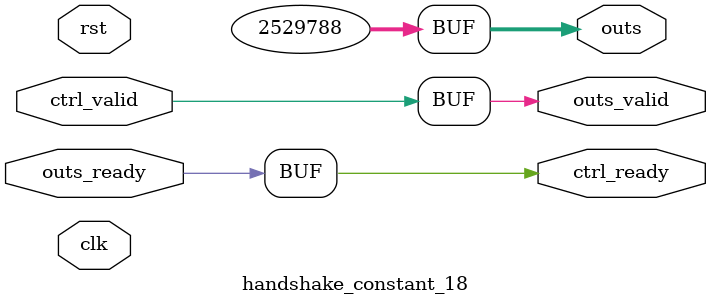
<source format=v>
`timescale 1ns / 1ps
module handshake_constant_18 #(
  parameter DATA_WIDTH = 32  // Default set to 32 bits
) (
  input                       clk,
  input                       rst,
  // Input Channel
  input                       ctrl_valid,
  output                      ctrl_ready,
  // Output Channel
  output [DATA_WIDTH - 1 : 0] outs,
  output                      outs_valid,
  input                       outs_ready
);
  assign outs       = 22'b1001101001100111111100;
  assign outs_valid = ctrl_valid;
  assign ctrl_ready = outs_ready;

endmodule

</source>
